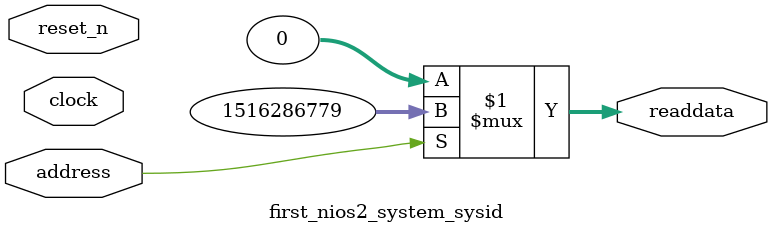
<source format=v>

`timescale 1ns / 1ps
// synthesis translate_on

// turn off superfluous verilog processor warnings 
// altera message_level Level1 
// altera message_off 10034 10035 10036 10037 10230 10240 10030 

module first_nios2_system_sysid (
               // inputs:
                address,
                clock,
                reset_n,

               // outputs:
                readdata
             )
;

  output  [ 31: 0] readdata;
  input            address;
  input            clock;
  input            reset_n;

  wire    [ 31: 0] readdata;
  //control_slave, which is an e_avalon_slave
  assign readdata = address ? 1516286779 : 0;

endmodule




</source>
